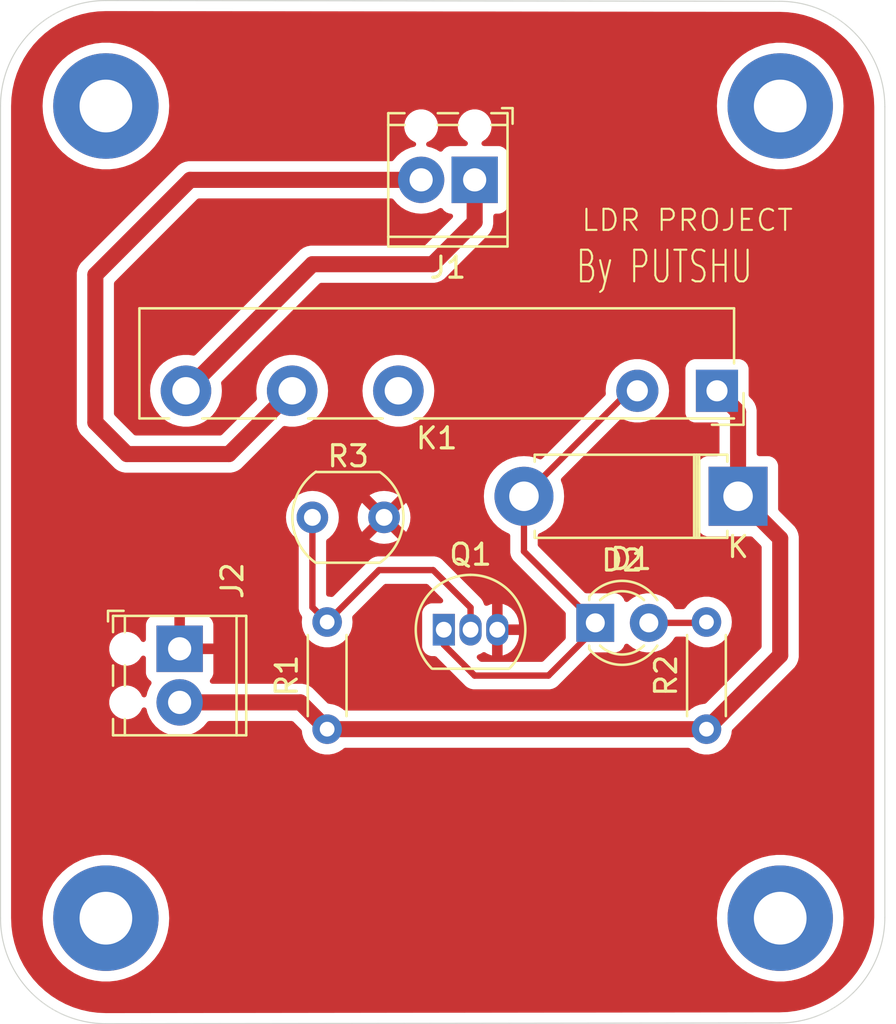
<source format=kicad_pcb>
(kicad_pcb (version 20240108) (generator "pcbnew") (generator_version "8.0")
  (layers (0 "F.Cu" signal) (31 "B.Cu" signal) (34 "B.Paste" user) (35 "F.Paste" user) (36 "B.SilkS" user "B.Silkscreen") (37 "F.SilkS" user "F.Silkscreen") (38 "B.Mask" user) (39 "F.Mask" user) (44 "Edge.Cuts" user))
  (net 0 "")
  (net 1 "Net-(D1-K)")
  (net 2 "Net-(D1-A)")
  (net 3 "Net-(D2-A)")
  (net 4 "Net-(J1-Pin_1)")
  (net 5 "Net-(J1-Pin_2)")
  (net 6 "GND")
  (net 8 "Net-(Q1-B)")
  (footprint "OptoDevice:R_LDR_5.1x4.3mm_P3.4mm_Vertical" (layer "F.Cu") (at 125.3 85)
    (property "Reference" "R3" (at 1.7 -2.9 0) (layer "F.SilkS"))
    (property "Value" "LDR07")
    (fp_line (start 0.15 -2.15) (end 3.2 -2.15) (stroke (width 0.12)) (layer "F.SilkS"))
    (fp_line (start 0.15 2.15) (end 3.2 2.15) (stroke (width 0.12)) (layer "F.SilkS"))
    (fp_arc (start 0.15 2.15) (mid -0.950438 -0.013368) (end 0.171766 -2.165525) (stroke (width 0.12)) (layer "F.SilkS"))
    (fp_arc (start 3.2 -2.15) (mid 4.321403 -0.027338) (end 3.244513 2.118249) (stroke (width 0.12)) (layer "F.SilkS"))
    (pad "1" thru_hole circle (at 0 0) (size 1.5 1.5) (drill 0.8) (layers "*.Cu" "*.Mask") (net 8 "Net-(Q1-B)"))
    (pad "2" thru_hole circle (at 3.4 0) (size 1.5 1.5) (drill 0.8) (layers "*.Cu" "*.Mask") (net 6 "GND"))
  )
  (footprint "Resistor_THT:R_Axial_DIN0204_L3.6mm_D1.6mm_P5.08mm_Horizontal" (layer "F.Cu") (at 126 95.04 90)
    (property "Reference" "R1" (at 2.54 -1.92 90) (layer "F.SilkS"))
    (property "Value" "R")
    (fp_line (start 0.62 -0.92) (end 4.46 -0.92) (stroke (width 0.12)) (layer "F.SilkS"))
    (fp_line (start 0.62 0.92) (end 4.46 0.92) (stroke (width 0.12)) (layer "F.SilkS"))
    (pad "1" thru_hole circle (at 0 0 90) (size 1.4 1.4) (drill 0.7) (layers "*.Cu" "*.Mask") (net 1 "Net-(D1-K)"))
    (pad "2" thru_hole oval (at 5.08 0 90) (size 1.4 1.4) (drill 0.7) (layers "*.Cu" "*.Mask") (net 8 "Net-(Q1-B)"))
  )
  (footprint "Package_TO_SOT_THT:TO-92_Inline" (layer "F.Cu") (at 131.535 90.325)
    (property "Reference" "Q1" (at 1.27 -3.56 0) (layer "F.SilkS"))
    (property "Value" "BC547")
    (fp_line (start -0.53 1.85) (end 3.07 1.85) (stroke (width 0.12)) (layer "F.SilkS"))
    (fp_arc (start -0.568478 1.838478) (mid -1.132087 -0.994977) (end 1.27 -2.6) (stroke (width 0.12)) (layer "F.SilkS"))
    (fp_arc (start 1.27 -2.6) (mid 3.672087 -0.994977) (end 3.108478 1.838478) (stroke (width 0.12)) (layer "F.SilkS"))
    (pad "1" thru_hole rect (at 0 0) (size 1.05 1.5) (drill 0.75) (layers "*.Cu" "*.Mask") (net 2 "Net-(D1-A)"))
    (pad "2" thru_hole oval (at 1.27 0) (size 1.05 1.5) (drill 0.75) (layers "*.Cu" "*.Mask") (net 8 "Net-(Q1-B)"))
    (pad "3" thru_hole oval (at 2.54 0) (size 1.05 1.5) (drill 0.75) (layers "*.Cu" "*.Mask") (net 6 "GND"))
  )
  (footprint "TerminalBlock_Phoenix:TerminalBlock_Phoenix_MPT-0,5-2-2.54_1x02_P2.54mm_Horizontal" (layer "F.Cu") (at 119 91.23 -90)
    (property "Reference" "J2" (at -3.23 -2.5 90) (layer "F.SilkS"))
    (property "Value" "Screw_Terminal_01x02" (hide yes))
    (fp_line (start -1.8 3.4) (end -1.3 3.4) (stroke (width 0.12)) (layer "F.SilkS"))
    (fp_line (start -1.56 3.16) (end -0.79 3.16) (stroke (width 0.12)) (layer "F.SilkS"))
    (fp_line (start 0.79 3.16) (end 1.75 3.16) (stroke (width 0.12)) (layer "F.SilkS"))
    (fp_line (start 3.33 3.16) (end 4.1 3.16) (stroke (width 0.12)) (layer "F.SilkS"))
    (fp_line (start -1.8 2.66) (end -1.8 3.4) (stroke (width 0.12)) (layer "F.SilkS"))
    (fp_line (start -1.56 2.6) (end -0.79 2.6) (stroke (width 0.12)) (layer "F.SilkS"))
    (fp_line (start 0.79 2.6) (end 1.75 2.6) (stroke (width 0.12)) (layer "F.SilkS"))
    (fp_line (start 3.33 2.6) (end 4.1 2.6) (stroke (width 0.12)) (layer "F.SilkS"))
    (fp_line (start -1.56 -2.7) (end 4.1 -2.7) (stroke (width 0.12)) (layer "F.SilkS"))
    (fp_line (start -1.56 -3.16) (end -1.56 3.16) (stroke (width 0.12)) (layer "F.SilkS"))
    (fp_line (start -1.56 -3.16) (end 4.1 -3.16) (stroke (width 0.12)) (layer "F.SilkS"))
    (fp_line (start 4.1 -3.16) (end 4.1 3.16) (stroke (width 0.12)) (layer "F.SilkS"))
    (pad "" np_thru_hole circle (at 0 2.54 270) (size 1.1 1.1) (drill 1.1) (layers "*.Cu" "*.Mask"))
    (pad "" np_thru_hole circle (at 2.54 2.54 270) (size 1.1 1.1) (drill 1.1) (layers "*.Cu" "*.Mask"))
    (pad "1" thru_hole rect (at 0 0 270) (size 2.2 2.2) (drill 1.1) (layers "*.Cu" "*.Mask") (net 6 "GND"))
    (pad "2" thru_hole circle (at 2.54 0 270) (size 2.2 2.2) (drill 1.1) (layers "*.Cu" "*.Mask") (net 1 "Net-(D1-K)"))
  )
  (footprint "MountingHole:MountingHole_2.5mm_Pad" (layer "F.Cu") (at 115.5 104)
    (property "Reference" "H2" (hide yes))
    (property "Value" "MountingHole" (hide yes))
    (pad "1" thru_hole circle (at 0 0) (size 5 5) (drill 2.5) (layers "*.Cu" "*.Mask"))
  )
  (footprint "LED_THT:LED_D3.0mm" (layer "F.Cu") (at 138.725 90)
    (property "Reference" "D2" (at 1.27 -2.96 0) (layer "F.SilkS"))
    (property "Value" "LED")
    (fp_line (start -0.29 -1.236) (end -0.29 -1.08) (stroke (width 0.12)) (layer "F.SilkS"))
    (fp_line (start -0.29 1.08) (end -0.29 1.236) (stroke (width 0.12)) (layer "F.SilkS"))
    (fp_arc (start -0.29 -1.235516) (mid 1.366487 -1.987659) (end 2.942335 -1.078608) (stroke (width 0.12)) (layer "F.SilkS"))
    (fp_arc (start 0.229039 -1.08) (mid 1.270117 -1.5) (end 2.31113 -1.079837) (stroke (width 0.12)) (layer "F.SilkS"))
    (fp_arc (start 2.31113 1.079837) (mid 1.270117 1.5) (end 0.229039 1.08) (stroke (width 0.12)) (layer "F.SilkS"))
    (fp_arc (start 2.942335 1.078608) (mid 1.366487 1.987659) (end -0.29 1.235516) (stroke (width 0.12)) (layer "F.SilkS"))
    (pad "1" thru_hole rect (at 0 0) (size 1.8 1.8) (drill 0.9) (layers "*.Cu" "*.Mask") (net 2 "Net-(D1-A)"))
    (pad "2" thru_hole circle (at 2.54 0) (size 1.8 1.8) (drill 0.9) (layers "*.Cu" "*.Mask") (net 3 "Net-(D2-A)"))
  )
  (footprint "MountingHole:MountingHole_2.5mm_Pad" (layer "F.Cu") (at 147.5 65.5)
    (property "Reference" "H3" (hide yes))
    (property "Value" "MountingHole" (hide yes))
    (pad "1" thru_hole circle (at 0 0) (size 5 5) (drill 2.5) (layers "*.Cu" "*.Mask"))
  )
  (footprint "MountingHole:MountingHole_2.5mm_Pad" (layer "F.Cu") (at 115.5 65.5)
    (property "Reference" "H1" (hide yes))
    (property "Value" "MountingHole" (hide yes))
    (pad "1" thru_hole circle (at 0 0) (size 5 5) (drill 2.5) (layers "*.Cu" "*.Mask"))
  )
  (footprint "MountingHole:MountingHole_2.5mm_Pad" (layer "F.Cu") (at 147.5 104)
    (property "Reference" "H4" (hide yes))
    (property "Value" "MountingHole" (hide yes))
    (pad "1" thru_hole circle (at 0 0) (size 5 5) (drill 2.5) (layers "*.Cu" "*.Mask"))
  )
  (footprint "TerminalBlock_Phoenix:TerminalBlock_Phoenix_MPT-0,5-2-2.54_1x02_P2.54mm_Horizontal" (layer "F.Cu") (at 133 69 180)
    (property "Reference" "J1" (at 1.27 -4.16 0) (layer "F.SilkS"))
    (property "Value" "Screw_Terminal_01x02" (hide yes))
    (fp_line (start 4.1 -3.16) (end 4.1 3.16) (stroke (width 0.12)) (layer "F.SilkS"))
    (fp_line (start 3.33 3.16) (end 4.1 3.16) (stroke (width 0.12)) (layer "F.SilkS"))
    (fp_line (start 3.33 2.6) (end 4.1 2.6) (stroke (width 0.12)) (layer "F.SilkS"))
    (fp_line (start 0.79 3.16) (end 1.75 3.16) (stroke (width 0.12)) (layer "F.SilkS"))
    (fp_line (start 0.79 2.6) (end 1.75 2.6) (stroke (width 0.12)) (layer "F.SilkS"))
    (fp_line (start -1.56 3.16) (end -0.79 3.16) (stroke (width 0.12)) (layer "F.SilkS"))
    (fp_line (start -1.56 2.6) (end -0.79 2.6) (stroke (width 0.12)) (layer "F.SilkS"))
    (fp_line (start -1.56 -2.7) (end 4.1 -2.7) (stroke (width 0.12)) (layer "F.SilkS"))
    (fp_line (start -1.56 -3.16) (end 4.1 -3.16) (stroke (width 0.12)) (layer "F.SilkS"))
    (fp_line (start -1.56 -3.16) (end -1.56 3.16) (stroke (width 0.12)) (layer "F.SilkS"))
    (fp_line (start -1.8 3.4) (end -1.3 3.4) (stroke (width 0.12)) (layer "F.SilkS"))
    (fp_line (start -1.8 2.66) (end -1.8 3.4) (stroke (width 0.12)) (layer "F.SilkS"))
    (pad "" np_thru_hole circle (at 0 2.54 180) (size 1.1 1.1) (drill 1.1) (layers "*.Cu" "*.Mask"))
    (pad "" np_thru_hole circle (at 2.54 2.54 180) (size 1.1 1.1) (drill 1.1) (layers "*.Cu" "*.Mask"))
    (pad "1" thru_hole rect (at 0 0 180) (size 2.2 2.2) (drill 1.1) (layers "*.Cu" "*.Mask") (net 4 "Net-(J1-Pin_1)"))
    (pad "2" thru_hole circle (at 2.54 0 180) (size 2.2 2.2) (drill 1.1) (layers "*.Cu" "*.Mask") (net 5 "Net-(J1-Pin_2)"))
  )
  (footprint "Relay_THT:Relay_SPDT_Fujitsu_FTR-LYCA005x_FormC_Vertical" (layer "F.Cu") (at 144.5 79 180)
    (property "Reference" "K1" (at 13.3 -2.25 0) (layer "F.SilkS"))
    (property "Value" "Fujitsu_FTR-LYCA005x")
    (fp_line (start 27.41 3.91) (end 27.41 -1.31) (stroke (width 0.12)) (layer "F.SilkS"))
    (fp_line (start 26 -1.31) (end 27.41 -1.31) (stroke (width 0.12)) (layer "F.SilkS"))
    (fp_line (start 20.94 -1.31) (end 24.42 -1.31) (stroke (width 0.12)) (layer "F.SilkS"))
    (fp_line (start 15.87 -1.31) (end 19.4 -1.31) (stroke (width 0.12)) (layer "F.SilkS"))
    (fp_line (start 14.35 -1.31) (end -0.81 -1.31) (stroke (width 0.12)) (layer "F.SilkS"))
    (fp_line (start -0.81 3.91) (end 27.41 3.91) (stroke (width 0.12)) (layer "F.SilkS"))
    (fp_line (start -0.81 3.91) (end -0.81 1.3) (stroke (width 0.12)) (layer "F.SilkS"))
    (fp_line (start -1.26 -0.11) (end -1.26 -1.61) (stroke (width 0.12)) (layer "F.SilkS"))
    (fp_line (start -1.26 -1.61) (end 0.24 -1.61) (stroke (width 0.12)) (layer "F.SilkS"))
    (pad "11" thru_hole circle (at 20.16 0 180) (size 2.4 2.4) (drill 1.3) (layers "*.Cu" "*.Mask") (net 5 "Net-(J1-Pin_2)"))
    (pad "12" thru_hole circle (at 15.12 0 180) (size 2.4 2.4) (drill 1.3) (layers "*.Cu" "*.Mask"))
    (pad "14" thru_hole circle (at 25.2 0 180) (size 2.4 2.4) (drill 1.3) (layers "*.Cu" "*.Mask") (net 4 "Net-(J1-Pin_1)"))
    (pad "A1" thru_hole rect (at 0 0 180) (size 2 2) (drill 1) (layers "*.Cu" "*.Mask") (net 1 "Net-(D1-K)"))
    (pad "A2" thru_hole circle (at 3.78 0 180) (size 2 2) (drill 1) (layers "*.Cu" "*.Mask") (net 2 "Net-(D1-A)"))
  )
  (footprint "Diode_THT:D_5W_P10.16mm_Horizontal" (layer "F.Cu") (at 145.5 84 180)
    (property "Reference" "D1" (at 5.08 -2.97 0) (layer "F.SilkS"))
    (property "Value" "D")
    (fp_line (start 9.65 1.97) (end 9.65 1.64) (stroke (width 0.12)) (layer "F.SilkS"))
    (fp_line (start 9.65 -1.97) (end 9.65 -1.64) (stroke (width 0.12)) (layer "F.SilkS"))
    (fp_line (start 2.085 -1.97) (end 2.085 1.97) (stroke (width 0.12)) (layer "F.SilkS"))
    (fp_line (start 1.965 -1.97) (end 1.965 1.97) (stroke (width 0.12)) (layer "F.SilkS"))
    (fp_line (start 1.845 -1.97) (end 1.845 1.97) (stroke (width 0.12)) (layer "F.SilkS"))
    (fp_line (start 0.51 1.97) (end 9.65 1.97) (stroke (width 0.12)) (layer "F.SilkS"))
    (fp_line (start 0.51 1.64) (end 0.51 1.97) (stroke (width 0.12)) (layer "F.SilkS"))
    (fp_line (start 0.51 -1.64) (end 0.51 -1.97) (stroke (width 0.12)) (layer "F.SilkS"))
    (fp_line (start 0.51 -1.97) (end 9.65 -1.97) (stroke (width 0.12)) (layer "F.SilkS"))
    (fp_text user "K" (at 0 -2.4 0) (layer "F.SilkS"))
    (pad "1" thru_hole rect (at 0 0 180) (size 2.8 2.8) (drill 1.4) (layers "*.Cu" "*.Mask") (net 1 "Net-(D1-K)"))
    (pad "2" thru_hole oval (at 10.16 0 180) (size 2.8 2.8) (drill 1.4) (layers "*.Cu" "*.Mask") (net 2 "Net-(D1-A)"))
  )
  (footprint "Resistor_THT:R_Axial_DIN0204_L3.6mm_D1.6mm_P5.08mm_Horizontal" (layer "F.Cu") (at 144 95.04 90)
    (property "Reference" "R2" (at 2.54 -1.92 90) (layer "F.SilkS"))
    (property "Value" "R")
    (fp_line (start 0.62 -0.92) (end 4.46 -0.92) (stroke (width 0.12)) (layer "F.SilkS"))
    (fp_line (start 0.62 0.92) (end 4.46 0.92) (stroke (width 0.12)) (layer "F.SilkS"))
    (pad "1" thru_hole circle (at 0 0 90) (size 1.4 1.4) (drill 0.7) (layers "*.Cu" "*.Mask") (net 1 "Net-(D1-K)"))
    (pad "2" thru_hole oval (at 5.08 0 90) (size 1.4 1.4) (drill 0.7) (layers "*.Cu" "*.Mask") (net 3 "Net-(D2-A)"))
  )
  (gr_arc (start 147.464466 60.535534) (mid 151 62) (end 152.464466 65.535534) (stroke (width 0.05)) (layer "Edge.Cuts"))
  (gr_line (start 110.5 65.5) (end 110.5 104) (stroke (width 0.05)) (layer "Edge.Cuts"))
  (gr_arc (start 115.5 109) (mid 111.964466 107.535534) (end 110.5 104) (stroke (width 0.05)) (layer "Edge.Cuts"))
  (gr_line (start 152.464466 65.535534) (end 152.464466 103.964466) (stroke (width 0.05)) (layer "Edge.Cuts"))
  (gr_arc (start 152.464466 103.964466) (mid 151 107.5) (end 147.464466 108.964466) (stroke (width 0.05)) (layer "Edge.Cuts"))
  (gr_arc (start 110.5 65.5) (mid 111.964466 61.964466) (end 115.5 60.5) (stroke (width 0.05)) (layer "Edge.Cuts"))
  (gr_line (start 115.5 60.5) (end 147.464466 60.535534) (stroke (width 0.05)) (layer "Edge.Cuts"))
  (gr_line (start 115.5 109) (end 147.464466 108.964466) (stroke (width 0.05)) (layer "Edge.Cuts"))
  (gr_text "By PUTSHU" (at 142 74 0) (layer "F.SilkS") (effects (font (size 1.5 1) (thickness 0.1)) (justify bottom)))
  (gr_text "LDR PROJECT " (at 138 71.5 0) (layer "F.SilkS") (effects (font (size 1 1) (thickness 0.1)) (justify left bottom)))
  (segment (start 124.73 93.77) (end 126 95.04) (width 0.762) (layer "F.Cu") (net 1))
  (segment (start 147.5 86) (end 145.5 84) (width 0.762) (layer "F.Cu") (net 1))
  (segment (start 144 95.04) (end 147.5 91.54) (width 0.762) (layer "F.Cu") (net 1))
  (segment (start 145.5 84) (end 145.5 80) (width 0.762) (layer "F.Cu") (net 1))
  (segment (start 147.5 91.54) (end 147.5 86) (width 0.762) (layer "F.Cu") (net 1))
  (segment (start 119 93.77) (end 124.73 93.77) (width 0.762) (layer "F.Cu") (net 1))
  (segment (start 126 95.04) (end 144 95.04) (width 0.762) (layer "F.Cu") (net 1))
  (segment (start 145.5 80) (end 144.5 79) (width 0.762) (layer "F.Cu") (net 1))
  (segment (start 135.34 84) (end 135.34 86.615) (width 0.3) (layer "F.Cu") (net 2))
  (segment (start 131.535 90.325) (end 131.535 91.035) (width 0.3) (layer "F.Cu") (net 2))
  (segment (start 138.725 90.275) (end 138.725 90) (width 0.3) (layer "F.Cu") (net 2))
  (segment (start 135.34 84) (end 140.34 79) (width 0.3) (layer "F.Cu") (net 2))
  (segment (start 131.535 91.035) (end 133 92.5) (width 0.3) (layer "F.Cu") (net 2))
  (segment (start 133 92.5) (end 136.5 92.5) (width 0.3) (layer "F.Cu") (net 2))
  (segment (start 135.34 86.615) (end 138.725 90) (width 0.3) (layer "F.Cu") (net 2))
  (segment (start 140.34 79) (end 140.72 79) (width 0.3) (layer "F.Cu") (net 2))
  (segment (start 136.5 92.5) (end 138.725 90.275) (width 0.3) (layer "F.Cu") (net 2))
  (segment (start 143.96 90) (end 144 89.96) (width 0.3) (layer "F.Cu") (net 3))
  (segment (start 141.265 90) (end 143.96 90) (width 0.3) (layer "F.Cu") (net 3))
  (segment (start 119.3 79) (end 125.3 73) (width 0.762) (layer "F.Cu") (net 4))
  (segment (start 133 71) (end 133 69) (width 0.762) (layer "F.Cu") (net 4))
  (segment (start 125.3 73) (end 131 73) (width 0.762) (layer "F.Cu") (net 4))
  (segment (start 131 73) (end 133 71) (width 0.762) (layer "F.Cu") (net 4))
  (segment (start 115 73.5) (end 119.5 69) (width 0.762) (layer "F.Cu") (net 5))
  (segment (start 115 80.5) (end 115 73.5) (width 0.762) (layer "F.Cu") (net 5))
  (segment (start 119.5 69) (end 130.46 69) (width 0.762) (layer "F.Cu") (net 5))
  (segment (start 124.34 79) (end 121.34 82) (width 0.762) (layer "F.Cu") (net 5))
  (segment (start 121.34 82) (end 116.5 82) (width 0.762) (layer "F.Cu") (net 5))
  (segment (start 116.5 82) (end 115 80.5) (width 0.762) (layer "F.Cu") (net 5))
  (segment (start 125.3 89.26) (end 126 89.96) (width 0.3) (layer "F.Cu") (net 8))
  (segment (start 132.805 89.275) (end 132.805 90.325) (width 0.3) (layer "F.Cu") (net 8))
  (segment (start 125.3 85) (end 125.3 89.26) (width 0.3) (layer "F.Cu") (net 8))
  (segment (start 128.46 87.5) (end 131.03 87.5) (width 0.3) (layer "F.Cu") (net 8))
  (segment (start 131.03 87.5) (end 132.805 89.275) (width 0.3) (layer "F.Cu") (net 8))
  (segment (start 126 89.96) (end 128.46 87.5) (width 0.3) (layer "F.Cu") (net 8))
  (zone (net 6) (net_name "GND") (layer "F.Cu") (connect_pads (clearance 0.5)) (min_thickness 0.25) (fill yes (thermal_gap 0.5) (thermal_bridge_width 0.5))
    (polygon (pts (xy 153 109) (xy 153 60.5) (xy 110.5 60.5) (xy 110.5 109)))
  )
)
</source>
